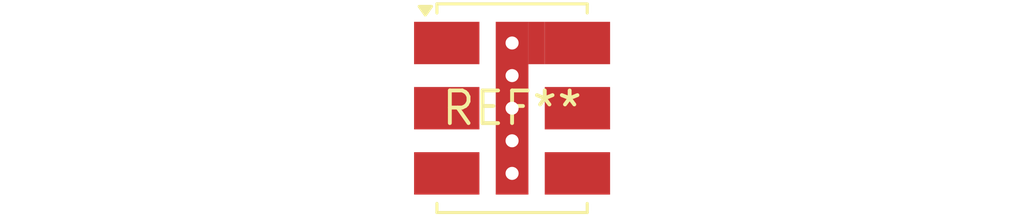
<source format=kicad_pcb>
(kicad_pcb (version 20240108) (generator pcbnew)
  (layers (0 "F.Cu" signal) (31 "B.Cu" signal) (34 "B.Paste" user) (35 "F.Paste" user) (36 "B.SilkS" user "B.Silkscreen") (37 "F.SilkS" user "F.Silkscreen") (38 "B.Mask" user) (39 "F.Mask" user) (44 "Edge.Cuts" user))
  (net 0 "")
  (footprint "Mini-Circuits_CD636_LandPatternPL-035" (layer "F.Cu") (at 0 0)
    (property "Reference" "REF**")
    (property "Value" "Mini-Circuits_CD636_LandPatternPL-035")
    (fp_line (start -2.921 -4.064) (end -2.921 -3.71) (layer "F.SilkS") (stroke (width 0.12)))
    (fp_line (start -2.921 3.71) (end -2.921 4.064) (layer "F.SilkS") (stroke (width 0.12)))
    (fp_line (start -2.921 4.064) (end 2.921 4.064) (layer "F.SilkS") (stroke (width 0.12)))
    (fp_line (start 2.921 -4.064) (end -2.921 -4.064) (layer "F.SilkS") (stroke (width 0.12)))
    (fp_line (start 2.921 -3.71) (end 2.921 -4.064) (layer "F.SilkS") (stroke (width 0.12)))
    (fp_line (start 2.921 4.064) (end 2.921 3.71) (layer "F.SilkS") (stroke (width 0.12)))
    (fp_poly (pts (xy -3.37 -3.63) (xy -3.61 -3.966) (xy -3.13 -3.966) (xy -3.37 -3.63)) (layer "F.SilkS") (stroke (width 0.12)) (fill solid))
    (pad "1" smd rect (at -2.54 -2.54 270) (size 1.651 2.54) (layers "F.Cu" "F.Paste" "F.Mask") (clearance 0.635))
    (pad "2" smd rect (at -2.54 0 270) (size 1.651 2.54) (layers "F.Cu" "F.Paste" "F.Mask") (clearance 0.635))
    (pad "3" smd rect (at -2.54 2.54 270) (size 1.651 2.54) (layers "F.Cu" "F.Paste" "F.Mask") (clearance 0.635))
    (pad "4" smd rect (at 2.54 2.54 270) (size 1.651 2.54) (layers "F.Cu" "F.Paste" "F.Mask") (clearance 0.635))
    (pad "5" smd rect (at 2.54 0 270) (size 1.651 2.54) (layers "F.Cu" "F.Paste" "F.Mask") (clearance 0.635))
    (pad "6" thru_hole circle (at 0 -2.54 270) (size 1.016 1.016) (drill 0.508) (layers *.Cu) (remove_unused_layers))
    (pad "6" thru_hole circle (at 0 -1.27 270) (size 1.016 1.016) (drill 0.508) (layers *.Cu) (remove_unused_layers))
    (pad "6" thru_hole circle (at 0 0 270) (size 1.016 1.016) (drill 0.508) (layers *.Cu) (remove_unused_layers))
    (pad "6" smd rect (at 0 0 270) (size 6.731 1.27) (layers "F.Cu"))
    (pad "6" thru_hole circle (at 0 1.27 270) (size 1.016 1.016) (drill 0.508) (layers *.Cu) (remove_unused_layers))
    (pad "6" thru_hole circle (at 0 2.54 270) (size 1.016 1.016) (drill 0.508) (layers *.Cu) (remove_unused_layers))
    (pad "6" smd rect (at 0.9525 -2.54 270) (size 1.651 0.635) (layers "F.Cu"))
    (pad "6" smd rect (at 2.54 -2.54 270) (size 1.651 2.54) (layers "F.Cu" "F.Paste" "F.Mask"))
  )
)
</source>
